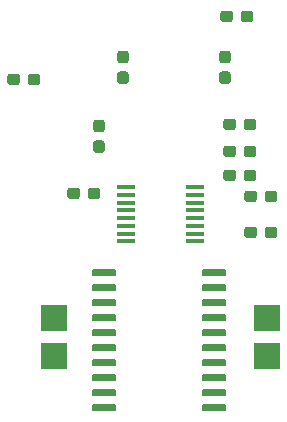
<source format=gbr>
G04 #@! TF.GenerationSoftware,KiCad,Pcbnew,(5.1.5)-3*
G04 #@! TF.CreationDate,2020-04-08T22:33:11-07:00*
G04 #@! TF.ProjectId,microbug,6d696372-6f62-4756-972e-6b696361645f,rev?*
G04 #@! TF.SameCoordinates,Original*
G04 #@! TF.FileFunction,Paste,Bot*
G04 #@! TF.FilePolarity,Positive*
%FSLAX46Y46*%
G04 Gerber Fmt 4.6, Leading zero omitted, Abs format (unit mm)*
G04 Created by KiCad (PCBNEW (5.1.5)-3) date 2020-04-08 22:33:11*
%MOMM*%
%LPD*%
G04 APERTURE LIST*
%ADD10C,0.100000*%
%ADD11R,1.500000X0.450000*%
%ADD12R,2.200000X2.200000*%
G04 APERTURE END LIST*
D10*
G36*
X69547703Y-93299722D02*
G01*
X69562264Y-93301882D01*
X69576543Y-93305459D01*
X69590403Y-93310418D01*
X69603710Y-93316712D01*
X69616336Y-93324280D01*
X69628159Y-93333048D01*
X69639066Y-93342934D01*
X69648952Y-93353841D01*
X69657720Y-93365664D01*
X69665288Y-93378290D01*
X69671582Y-93391597D01*
X69676541Y-93405457D01*
X69680118Y-93419736D01*
X69682278Y-93434297D01*
X69683000Y-93449000D01*
X69683000Y-93749000D01*
X69682278Y-93763703D01*
X69680118Y-93778264D01*
X69676541Y-93792543D01*
X69671582Y-93806403D01*
X69665288Y-93819710D01*
X69657720Y-93832336D01*
X69648952Y-93844159D01*
X69639066Y-93855066D01*
X69628159Y-93864952D01*
X69616336Y-93873720D01*
X69603710Y-93881288D01*
X69590403Y-93887582D01*
X69576543Y-93892541D01*
X69562264Y-93896118D01*
X69547703Y-93898278D01*
X69533000Y-93899000D01*
X67783000Y-93899000D01*
X67768297Y-93898278D01*
X67753736Y-93896118D01*
X67739457Y-93892541D01*
X67725597Y-93887582D01*
X67712290Y-93881288D01*
X67699664Y-93873720D01*
X67687841Y-93864952D01*
X67676934Y-93855066D01*
X67667048Y-93844159D01*
X67658280Y-93832336D01*
X67650712Y-93819710D01*
X67644418Y-93806403D01*
X67639459Y-93792543D01*
X67635882Y-93778264D01*
X67633722Y-93763703D01*
X67633000Y-93749000D01*
X67633000Y-93449000D01*
X67633722Y-93434297D01*
X67635882Y-93419736D01*
X67639459Y-93405457D01*
X67644418Y-93391597D01*
X67650712Y-93378290D01*
X67658280Y-93365664D01*
X67667048Y-93353841D01*
X67676934Y-93342934D01*
X67687841Y-93333048D01*
X67699664Y-93324280D01*
X67712290Y-93316712D01*
X67725597Y-93310418D01*
X67739457Y-93305459D01*
X67753736Y-93301882D01*
X67768297Y-93299722D01*
X67783000Y-93299000D01*
X69533000Y-93299000D01*
X69547703Y-93299722D01*
G37*
G36*
X69547703Y-92029722D02*
G01*
X69562264Y-92031882D01*
X69576543Y-92035459D01*
X69590403Y-92040418D01*
X69603710Y-92046712D01*
X69616336Y-92054280D01*
X69628159Y-92063048D01*
X69639066Y-92072934D01*
X69648952Y-92083841D01*
X69657720Y-92095664D01*
X69665288Y-92108290D01*
X69671582Y-92121597D01*
X69676541Y-92135457D01*
X69680118Y-92149736D01*
X69682278Y-92164297D01*
X69683000Y-92179000D01*
X69683000Y-92479000D01*
X69682278Y-92493703D01*
X69680118Y-92508264D01*
X69676541Y-92522543D01*
X69671582Y-92536403D01*
X69665288Y-92549710D01*
X69657720Y-92562336D01*
X69648952Y-92574159D01*
X69639066Y-92585066D01*
X69628159Y-92594952D01*
X69616336Y-92603720D01*
X69603710Y-92611288D01*
X69590403Y-92617582D01*
X69576543Y-92622541D01*
X69562264Y-92626118D01*
X69547703Y-92628278D01*
X69533000Y-92629000D01*
X67783000Y-92629000D01*
X67768297Y-92628278D01*
X67753736Y-92626118D01*
X67739457Y-92622541D01*
X67725597Y-92617582D01*
X67712290Y-92611288D01*
X67699664Y-92603720D01*
X67687841Y-92594952D01*
X67676934Y-92585066D01*
X67667048Y-92574159D01*
X67658280Y-92562336D01*
X67650712Y-92549710D01*
X67644418Y-92536403D01*
X67639459Y-92522543D01*
X67635882Y-92508264D01*
X67633722Y-92493703D01*
X67633000Y-92479000D01*
X67633000Y-92179000D01*
X67633722Y-92164297D01*
X67635882Y-92149736D01*
X67639459Y-92135457D01*
X67644418Y-92121597D01*
X67650712Y-92108290D01*
X67658280Y-92095664D01*
X67667048Y-92083841D01*
X67676934Y-92072934D01*
X67687841Y-92063048D01*
X67699664Y-92054280D01*
X67712290Y-92046712D01*
X67725597Y-92040418D01*
X67739457Y-92035459D01*
X67753736Y-92031882D01*
X67768297Y-92029722D01*
X67783000Y-92029000D01*
X69533000Y-92029000D01*
X69547703Y-92029722D01*
G37*
G36*
X69547703Y-90759722D02*
G01*
X69562264Y-90761882D01*
X69576543Y-90765459D01*
X69590403Y-90770418D01*
X69603710Y-90776712D01*
X69616336Y-90784280D01*
X69628159Y-90793048D01*
X69639066Y-90802934D01*
X69648952Y-90813841D01*
X69657720Y-90825664D01*
X69665288Y-90838290D01*
X69671582Y-90851597D01*
X69676541Y-90865457D01*
X69680118Y-90879736D01*
X69682278Y-90894297D01*
X69683000Y-90909000D01*
X69683000Y-91209000D01*
X69682278Y-91223703D01*
X69680118Y-91238264D01*
X69676541Y-91252543D01*
X69671582Y-91266403D01*
X69665288Y-91279710D01*
X69657720Y-91292336D01*
X69648952Y-91304159D01*
X69639066Y-91315066D01*
X69628159Y-91324952D01*
X69616336Y-91333720D01*
X69603710Y-91341288D01*
X69590403Y-91347582D01*
X69576543Y-91352541D01*
X69562264Y-91356118D01*
X69547703Y-91358278D01*
X69533000Y-91359000D01*
X67783000Y-91359000D01*
X67768297Y-91358278D01*
X67753736Y-91356118D01*
X67739457Y-91352541D01*
X67725597Y-91347582D01*
X67712290Y-91341288D01*
X67699664Y-91333720D01*
X67687841Y-91324952D01*
X67676934Y-91315066D01*
X67667048Y-91304159D01*
X67658280Y-91292336D01*
X67650712Y-91279710D01*
X67644418Y-91266403D01*
X67639459Y-91252543D01*
X67635882Y-91238264D01*
X67633722Y-91223703D01*
X67633000Y-91209000D01*
X67633000Y-90909000D01*
X67633722Y-90894297D01*
X67635882Y-90879736D01*
X67639459Y-90865457D01*
X67644418Y-90851597D01*
X67650712Y-90838290D01*
X67658280Y-90825664D01*
X67667048Y-90813841D01*
X67676934Y-90802934D01*
X67687841Y-90793048D01*
X67699664Y-90784280D01*
X67712290Y-90776712D01*
X67725597Y-90770418D01*
X67739457Y-90765459D01*
X67753736Y-90761882D01*
X67768297Y-90759722D01*
X67783000Y-90759000D01*
X69533000Y-90759000D01*
X69547703Y-90759722D01*
G37*
G36*
X69547703Y-89489722D02*
G01*
X69562264Y-89491882D01*
X69576543Y-89495459D01*
X69590403Y-89500418D01*
X69603710Y-89506712D01*
X69616336Y-89514280D01*
X69628159Y-89523048D01*
X69639066Y-89532934D01*
X69648952Y-89543841D01*
X69657720Y-89555664D01*
X69665288Y-89568290D01*
X69671582Y-89581597D01*
X69676541Y-89595457D01*
X69680118Y-89609736D01*
X69682278Y-89624297D01*
X69683000Y-89639000D01*
X69683000Y-89939000D01*
X69682278Y-89953703D01*
X69680118Y-89968264D01*
X69676541Y-89982543D01*
X69671582Y-89996403D01*
X69665288Y-90009710D01*
X69657720Y-90022336D01*
X69648952Y-90034159D01*
X69639066Y-90045066D01*
X69628159Y-90054952D01*
X69616336Y-90063720D01*
X69603710Y-90071288D01*
X69590403Y-90077582D01*
X69576543Y-90082541D01*
X69562264Y-90086118D01*
X69547703Y-90088278D01*
X69533000Y-90089000D01*
X67783000Y-90089000D01*
X67768297Y-90088278D01*
X67753736Y-90086118D01*
X67739457Y-90082541D01*
X67725597Y-90077582D01*
X67712290Y-90071288D01*
X67699664Y-90063720D01*
X67687841Y-90054952D01*
X67676934Y-90045066D01*
X67667048Y-90034159D01*
X67658280Y-90022336D01*
X67650712Y-90009710D01*
X67644418Y-89996403D01*
X67639459Y-89982543D01*
X67635882Y-89968264D01*
X67633722Y-89953703D01*
X67633000Y-89939000D01*
X67633000Y-89639000D01*
X67633722Y-89624297D01*
X67635882Y-89609736D01*
X67639459Y-89595457D01*
X67644418Y-89581597D01*
X67650712Y-89568290D01*
X67658280Y-89555664D01*
X67667048Y-89543841D01*
X67676934Y-89532934D01*
X67687841Y-89523048D01*
X67699664Y-89514280D01*
X67712290Y-89506712D01*
X67725597Y-89500418D01*
X67739457Y-89495459D01*
X67753736Y-89491882D01*
X67768297Y-89489722D01*
X67783000Y-89489000D01*
X69533000Y-89489000D01*
X69547703Y-89489722D01*
G37*
G36*
X69547703Y-88219722D02*
G01*
X69562264Y-88221882D01*
X69576543Y-88225459D01*
X69590403Y-88230418D01*
X69603710Y-88236712D01*
X69616336Y-88244280D01*
X69628159Y-88253048D01*
X69639066Y-88262934D01*
X69648952Y-88273841D01*
X69657720Y-88285664D01*
X69665288Y-88298290D01*
X69671582Y-88311597D01*
X69676541Y-88325457D01*
X69680118Y-88339736D01*
X69682278Y-88354297D01*
X69683000Y-88369000D01*
X69683000Y-88669000D01*
X69682278Y-88683703D01*
X69680118Y-88698264D01*
X69676541Y-88712543D01*
X69671582Y-88726403D01*
X69665288Y-88739710D01*
X69657720Y-88752336D01*
X69648952Y-88764159D01*
X69639066Y-88775066D01*
X69628159Y-88784952D01*
X69616336Y-88793720D01*
X69603710Y-88801288D01*
X69590403Y-88807582D01*
X69576543Y-88812541D01*
X69562264Y-88816118D01*
X69547703Y-88818278D01*
X69533000Y-88819000D01*
X67783000Y-88819000D01*
X67768297Y-88818278D01*
X67753736Y-88816118D01*
X67739457Y-88812541D01*
X67725597Y-88807582D01*
X67712290Y-88801288D01*
X67699664Y-88793720D01*
X67687841Y-88784952D01*
X67676934Y-88775066D01*
X67667048Y-88764159D01*
X67658280Y-88752336D01*
X67650712Y-88739710D01*
X67644418Y-88726403D01*
X67639459Y-88712543D01*
X67635882Y-88698264D01*
X67633722Y-88683703D01*
X67633000Y-88669000D01*
X67633000Y-88369000D01*
X67633722Y-88354297D01*
X67635882Y-88339736D01*
X67639459Y-88325457D01*
X67644418Y-88311597D01*
X67650712Y-88298290D01*
X67658280Y-88285664D01*
X67667048Y-88273841D01*
X67676934Y-88262934D01*
X67687841Y-88253048D01*
X67699664Y-88244280D01*
X67712290Y-88236712D01*
X67725597Y-88230418D01*
X67739457Y-88225459D01*
X67753736Y-88221882D01*
X67768297Y-88219722D01*
X67783000Y-88219000D01*
X69533000Y-88219000D01*
X69547703Y-88219722D01*
G37*
G36*
X69547703Y-86949722D02*
G01*
X69562264Y-86951882D01*
X69576543Y-86955459D01*
X69590403Y-86960418D01*
X69603710Y-86966712D01*
X69616336Y-86974280D01*
X69628159Y-86983048D01*
X69639066Y-86992934D01*
X69648952Y-87003841D01*
X69657720Y-87015664D01*
X69665288Y-87028290D01*
X69671582Y-87041597D01*
X69676541Y-87055457D01*
X69680118Y-87069736D01*
X69682278Y-87084297D01*
X69683000Y-87099000D01*
X69683000Y-87399000D01*
X69682278Y-87413703D01*
X69680118Y-87428264D01*
X69676541Y-87442543D01*
X69671582Y-87456403D01*
X69665288Y-87469710D01*
X69657720Y-87482336D01*
X69648952Y-87494159D01*
X69639066Y-87505066D01*
X69628159Y-87514952D01*
X69616336Y-87523720D01*
X69603710Y-87531288D01*
X69590403Y-87537582D01*
X69576543Y-87542541D01*
X69562264Y-87546118D01*
X69547703Y-87548278D01*
X69533000Y-87549000D01*
X67783000Y-87549000D01*
X67768297Y-87548278D01*
X67753736Y-87546118D01*
X67739457Y-87542541D01*
X67725597Y-87537582D01*
X67712290Y-87531288D01*
X67699664Y-87523720D01*
X67687841Y-87514952D01*
X67676934Y-87505066D01*
X67667048Y-87494159D01*
X67658280Y-87482336D01*
X67650712Y-87469710D01*
X67644418Y-87456403D01*
X67639459Y-87442543D01*
X67635882Y-87428264D01*
X67633722Y-87413703D01*
X67633000Y-87399000D01*
X67633000Y-87099000D01*
X67633722Y-87084297D01*
X67635882Y-87069736D01*
X67639459Y-87055457D01*
X67644418Y-87041597D01*
X67650712Y-87028290D01*
X67658280Y-87015664D01*
X67667048Y-87003841D01*
X67676934Y-86992934D01*
X67687841Y-86983048D01*
X67699664Y-86974280D01*
X67712290Y-86966712D01*
X67725597Y-86960418D01*
X67739457Y-86955459D01*
X67753736Y-86951882D01*
X67768297Y-86949722D01*
X67783000Y-86949000D01*
X69533000Y-86949000D01*
X69547703Y-86949722D01*
G37*
G36*
X69547703Y-85679722D02*
G01*
X69562264Y-85681882D01*
X69576543Y-85685459D01*
X69590403Y-85690418D01*
X69603710Y-85696712D01*
X69616336Y-85704280D01*
X69628159Y-85713048D01*
X69639066Y-85722934D01*
X69648952Y-85733841D01*
X69657720Y-85745664D01*
X69665288Y-85758290D01*
X69671582Y-85771597D01*
X69676541Y-85785457D01*
X69680118Y-85799736D01*
X69682278Y-85814297D01*
X69683000Y-85829000D01*
X69683000Y-86129000D01*
X69682278Y-86143703D01*
X69680118Y-86158264D01*
X69676541Y-86172543D01*
X69671582Y-86186403D01*
X69665288Y-86199710D01*
X69657720Y-86212336D01*
X69648952Y-86224159D01*
X69639066Y-86235066D01*
X69628159Y-86244952D01*
X69616336Y-86253720D01*
X69603710Y-86261288D01*
X69590403Y-86267582D01*
X69576543Y-86272541D01*
X69562264Y-86276118D01*
X69547703Y-86278278D01*
X69533000Y-86279000D01*
X67783000Y-86279000D01*
X67768297Y-86278278D01*
X67753736Y-86276118D01*
X67739457Y-86272541D01*
X67725597Y-86267582D01*
X67712290Y-86261288D01*
X67699664Y-86253720D01*
X67687841Y-86244952D01*
X67676934Y-86235066D01*
X67667048Y-86224159D01*
X67658280Y-86212336D01*
X67650712Y-86199710D01*
X67644418Y-86186403D01*
X67639459Y-86172543D01*
X67635882Y-86158264D01*
X67633722Y-86143703D01*
X67633000Y-86129000D01*
X67633000Y-85829000D01*
X67633722Y-85814297D01*
X67635882Y-85799736D01*
X67639459Y-85785457D01*
X67644418Y-85771597D01*
X67650712Y-85758290D01*
X67658280Y-85745664D01*
X67667048Y-85733841D01*
X67676934Y-85722934D01*
X67687841Y-85713048D01*
X67699664Y-85704280D01*
X67712290Y-85696712D01*
X67725597Y-85690418D01*
X67739457Y-85685459D01*
X67753736Y-85681882D01*
X67768297Y-85679722D01*
X67783000Y-85679000D01*
X69533000Y-85679000D01*
X69547703Y-85679722D01*
G37*
G36*
X69547703Y-84409722D02*
G01*
X69562264Y-84411882D01*
X69576543Y-84415459D01*
X69590403Y-84420418D01*
X69603710Y-84426712D01*
X69616336Y-84434280D01*
X69628159Y-84443048D01*
X69639066Y-84452934D01*
X69648952Y-84463841D01*
X69657720Y-84475664D01*
X69665288Y-84488290D01*
X69671582Y-84501597D01*
X69676541Y-84515457D01*
X69680118Y-84529736D01*
X69682278Y-84544297D01*
X69683000Y-84559000D01*
X69683000Y-84859000D01*
X69682278Y-84873703D01*
X69680118Y-84888264D01*
X69676541Y-84902543D01*
X69671582Y-84916403D01*
X69665288Y-84929710D01*
X69657720Y-84942336D01*
X69648952Y-84954159D01*
X69639066Y-84965066D01*
X69628159Y-84974952D01*
X69616336Y-84983720D01*
X69603710Y-84991288D01*
X69590403Y-84997582D01*
X69576543Y-85002541D01*
X69562264Y-85006118D01*
X69547703Y-85008278D01*
X69533000Y-85009000D01*
X67783000Y-85009000D01*
X67768297Y-85008278D01*
X67753736Y-85006118D01*
X67739457Y-85002541D01*
X67725597Y-84997582D01*
X67712290Y-84991288D01*
X67699664Y-84983720D01*
X67687841Y-84974952D01*
X67676934Y-84965066D01*
X67667048Y-84954159D01*
X67658280Y-84942336D01*
X67650712Y-84929710D01*
X67644418Y-84916403D01*
X67639459Y-84902543D01*
X67635882Y-84888264D01*
X67633722Y-84873703D01*
X67633000Y-84859000D01*
X67633000Y-84559000D01*
X67633722Y-84544297D01*
X67635882Y-84529736D01*
X67639459Y-84515457D01*
X67644418Y-84501597D01*
X67650712Y-84488290D01*
X67658280Y-84475664D01*
X67667048Y-84463841D01*
X67676934Y-84452934D01*
X67687841Y-84443048D01*
X67699664Y-84434280D01*
X67712290Y-84426712D01*
X67725597Y-84420418D01*
X67739457Y-84415459D01*
X67753736Y-84411882D01*
X67768297Y-84409722D01*
X67783000Y-84409000D01*
X69533000Y-84409000D01*
X69547703Y-84409722D01*
G37*
G36*
X69547703Y-83139722D02*
G01*
X69562264Y-83141882D01*
X69576543Y-83145459D01*
X69590403Y-83150418D01*
X69603710Y-83156712D01*
X69616336Y-83164280D01*
X69628159Y-83173048D01*
X69639066Y-83182934D01*
X69648952Y-83193841D01*
X69657720Y-83205664D01*
X69665288Y-83218290D01*
X69671582Y-83231597D01*
X69676541Y-83245457D01*
X69680118Y-83259736D01*
X69682278Y-83274297D01*
X69683000Y-83289000D01*
X69683000Y-83589000D01*
X69682278Y-83603703D01*
X69680118Y-83618264D01*
X69676541Y-83632543D01*
X69671582Y-83646403D01*
X69665288Y-83659710D01*
X69657720Y-83672336D01*
X69648952Y-83684159D01*
X69639066Y-83695066D01*
X69628159Y-83704952D01*
X69616336Y-83713720D01*
X69603710Y-83721288D01*
X69590403Y-83727582D01*
X69576543Y-83732541D01*
X69562264Y-83736118D01*
X69547703Y-83738278D01*
X69533000Y-83739000D01*
X67783000Y-83739000D01*
X67768297Y-83738278D01*
X67753736Y-83736118D01*
X67739457Y-83732541D01*
X67725597Y-83727582D01*
X67712290Y-83721288D01*
X67699664Y-83713720D01*
X67687841Y-83704952D01*
X67676934Y-83695066D01*
X67667048Y-83684159D01*
X67658280Y-83672336D01*
X67650712Y-83659710D01*
X67644418Y-83646403D01*
X67639459Y-83632543D01*
X67635882Y-83618264D01*
X67633722Y-83603703D01*
X67633000Y-83589000D01*
X67633000Y-83289000D01*
X67633722Y-83274297D01*
X67635882Y-83259736D01*
X67639459Y-83245457D01*
X67644418Y-83231597D01*
X67650712Y-83218290D01*
X67658280Y-83205664D01*
X67667048Y-83193841D01*
X67676934Y-83182934D01*
X67687841Y-83173048D01*
X67699664Y-83164280D01*
X67712290Y-83156712D01*
X67725597Y-83150418D01*
X67739457Y-83145459D01*
X67753736Y-83141882D01*
X67768297Y-83139722D01*
X67783000Y-83139000D01*
X69533000Y-83139000D01*
X69547703Y-83139722D01*
G37*
G36*
X69547703Y-81869722D02*
G01*
X69562264Y-81871882D01*
X69576543Y-81875459D01*
X69590403Y-81880418D01*
X69603710Y-81886712D01*
X69616336Y-81894280D01*
X69628159Y-81903048D01*
X69639066Y-81912934D01*
X69648952Y-81923841D01*
X69657720Y-81935664D01*
X69665288Y-81948290D01*
X69671582Y-81961597D01*
X69676541Y-81975457D01*
X69680118Y-81989736D01*
X69682278Y-82004297D01*
X69683000Y-82019000D01*
X69683000Y-82319000D01*
X69682278Y-82333703D01*
X69680118Y-82348264D01*
X69676541Y-82362543D01*
X69671582Y-82376403D01*
X69665288Y-82389710D01*
X69657720Y-82402336D01*
X69648952Y-82414159D01*
X69639066Y-82425066D01*
X69628159Y-82434952D01*
X69616336Y-82443720D01*
X69603710Y-82451288D01*
X69590403Y-82457582D01*
X69576543Y-82462541D01*
X69562264Y-82466118D01*
X69547703Y-82468278D01*
X69533000Y-82469000D01*
X67783000Y-82469000D01*
X67768297Y-82468278D01*
X67753736Y-82466118D01*
X67739457Y-82462541D01*
X67725597Y-82457582D01*
X67712290Y-82451288D01*
X67699664Y-82443720D01*
X67687841Y-82434952D01*
X67676934Y-82425066D01*
X67667048Y-82414159D01*
X67658280Y-82402336D01*
X67650712Y-82389710D01*
X67644418Y-82376403D01*
X67639459Y-82362543D01*
X67635882Y-82348264D01*
X67633722Y-82333703D01*
X67633000Y-82319000D01*
X67633000Y-82019000D01*
X67633722Y-82004297D01*
X67635882Y-81989736D01*
X67639459Y-81975457D01*
X67644418Y-81961597D01*
X67650712Y-81948290D01*
X67658280Y-81935664D01*
X67667048Y-81923841D01*
X67676934Y-81912934D01*
X67687841Y-81903048D01*
X67699664Y-81894280D01*
X67712290Y-81886712D01*
X67725597Y-81880418D01*
X67739457Y-81875459D01*
X67753736Y-81871882D01*
X67768297Y-81869722D01*
X67783000Y-81869000D01*
X69533000Y-81869000D01*
X69547703Y-81869722D01*
G37*
G36*
X60247703Y-81869722D02*
G01*
X60262264Y-81871882D01*
X60276543Y-81875459D01*
X60290403Y-81880418D01*
X60303710Y-81886712D01*
X60316336Y-81894280D01*
X60328159Y-81903048D01*
X60339066Y-81912934D01*
X60348952Y-81923841D01*
X60357720Y-81935664D01*
X60365288Y-81948290D01*
X60371582Y-81961597D01*
X60376541Y-81975457D01*
X60380118Y-81989736D01*
X60382278Y-82004297D01*
X60383000Y-82019000D01*
X60383000Y-82319000D01*
X60382278Y-82333703D01*
X60380118Y-82348264D01*
X60376541Y-82362543D01*
X60371582Y-82376403D01*
X60365288Y-82389710D01*
X60357720Y-82402336D01*
X60348952Y-82414159D01*
X60339066Y-82425066D01*
X60328159Y-82434952D01*
X60316336Y-82443720D01*
X60303710Y-82451288D01*
X60290403Y-82457582D01*
X60276543Y-82462541D01*
X60262264Y-82466118D01*
X60247703Y-82468278D01*
X60233000Y-82469000D01*
X58483000Y-82469000D01*
X58468297Y-82468278D01*
X58453736Y-82466118D01*
X58439457Y-82462541D01*
X58425597Y-82457582D01*
X58412290Y-82451288D01*
X58399664Y-82443720D01*
X58387841Y-82434952D01*
X58376934Y-82425066D01*
X58367048Y-82414159D01*
X58358280Y-82402336D01*
X58350712Y-82389710D01*
X58344418Y-82376403D01*
X58339459Y-82362543D01*
X58335882Y-82348264D01*
X58333722Y-82333703D01*
X58333000Y-82319000D01*
X58333000Y-82019000D01*
X58333722Y-82004297D01*
X58335882Y-81989736D01*
X58339459Y-81975457D01*
X58344418Y-81961597D01*
X58350712Y-81948290D01*
X58358280Y-81935664D01*
X58367048Y-81923841D01*
X58376934Y-81912934D01*
X58387841Y-81903048D01*
X58399664Y-81894280D01*
X58412290Y-81886712D01*
X58425597Y-81880418D01*
X58439457Y-81875459D01*
X58453736Y-81871882D01*
X58468297Y-81869722D01*
X58483000Y-81869000D01*
X60233000Y-81869000D01*
X60247703Y-81869722D01*
G37*
G36*
X60247703Y-83139722D02*
G01*
X60262264Y-83141882D01*
X60276543Y-83145459D01*
X60290403Y-83150418D01*
X60303710Y-83156712D01*
X60316336Y-83164280D01*
X60328159Y-83173048D01*
X60339066Y-83182934D01*
X60348952Y-83193841D01*
X60357720Y-83205664D01*
X60365288Y-83218290D01*
X60371582Y-83231597D01*
X60376541Y-83245457D01*
X60380118Y-83259736D01*
X60382278Y-83274297D01*
X60383000Y-83289000D01*
X60383000Y-83589000D01*
X60382278Y-83603703D01*
X60380118Y-83618264D01*
X60376541Y-83632543D01*
X60371582Y-83646403D01*
X60365288Y-83659710D01*
X60357720Y-83672336D01*
X60348952Y-83684159D01*
X60339066Y-83695066D01*
X60328159Y-83704952D01*
X60316336Y-83713720D01*
X60303710Y-83721288D01*
X60290403Y-83727582D01*
X60276543Y-83732541D01*
X60262264Y-83736118D01*
X60247703Y-83738278D01*
X60233000Y-83739000D01*
X58483000Y-83739000D01*
X58468297Y-83738278D01*
X58453736Y-83736118D01*
X58439457Y-83732541D01*
X58425597Y-83727582D01*
X58412290Y-83721288D01*
X58399664Y-83713720D01*
X58387841Y-83704952D01*
X58376934Y-83695066D01*
X58367048Y-83684159D01*
X58358280Y-83672336D01*
X58350712Y-83659710D01*
X58344418Y-83646403D01*
X58339459Y-83632543D01*
X58335882Y-83618264D01*
X58333722Y-83603703D01*
X58333000Y-83589000D01*
X58333000Y-83289000D01*
X58333722Y-83274297D01*
X58335882Y-83259736D01*
X58339459Y-83245457D01*
X58344418Y-83231597D01*
X58350712Y-83218290D01*
X58358280Y-83205664D01*
X58367048Y-83193841D01*
X58376934Y-83182934D01*
X58387841Y-83173048D01*
X58399664Y-83164280D01*
X58412290Y-83156712D01*
X58425597Y-83150418D01*
X58439457Y-83145459D01*
X58453736Y-83141882D01*
X58468297Y-83139722D01*
X58483000Y-83139000D01*
X60233000Y-83139000D01*
X60247703Y-83139722D01*
G37*
G36*
X60247703Y-84409722D02*
G01*
X60262264Y-84411882D01*
X60276543Y-84415459D01*
X60290403Y-84420418D01*
X60303710Y-84426712D01*
X60316336Y-84434280D01*
X60328159Y-84443048D01*
X60339066Y-84452934D01*
X60348952Y-84463841D01*
X60357720Y-84475664D01*
X60365288Y-84488290D01*
X60371582Y-84501597D01*
X60376541Y-84515457D01*
X60380118Y-84529736D01*
X60382278Y-84544297D01*
X60383000Y-84559000D01*
X60383000Y-84859000D01*
X60382278Y-84873703D01*
X60380118Y-84888264D01*
X60376541Y-84902543D01*
X60371582Y-84916403D01*
X60365288Y-84929710D01*
X60357720Y-84942336D01*
X60348952Y-84954159D01*
X60339066Y-84965066D01*
X60328159Y-84974952D01*
X60316336Y-84983720D01*
X60303710Y-84991288D01*
X60290403Y-84997582D01*
X60276543Y-85002541D01*
X60262264Y-85006118D01*
X60247703Y-85008278D01*
X60233000Y-85009000D01*
X58483000Y-85009000D01*
X58468297Y-85008278D01*
X58453736Y-85006118D01*
X58439457Y-85002541D01*
X58425597Y-84997582D01*
X58412290Y-84991288D01*
X58399664Y-84983720D01*
X58387841Y-84974952D01*
X58376934Y-84965066D01*
X58367048Y-84954159D01*
X58358280Y-84942336D01*
X58350712Y-84929710D01*
X58344418Y-84916403D01*
X58339459Y-84902543D01*
X58335882Y-84888264D01*
X58333722Y-84873703D01*
X58333000Y-84859000D01*
X58333000Y-84559000D01*
X58333722Y-84544297D01*
X58335882Y-84529736D01*
X58339459Y-84515457D01*
X58344418Y-84501597D01*
X58350712Y-84488290D01*
X58358280Y-84475664D01*
X58367048Y-84463841D01*
X58376934Y-84452934D01*
X58387841Y-84443048D01*
X58399664Y-84434280D01*
X58412290Y-84426712D01*
X58425597Y-84420418D01*
X58439457Y-84415459D01*
X58453736Y-84411882D01*
X58468297Y-84409722D01*
X58483000Y-84409000D01*
X60233000Y-84409000D01*
X60247703Y-84409722D01*
G37*
G36*
X60247703Y-85679722D02*
G01*
X60262264Y-85681882D01*
X60276543Y-85685459D01*
X60290403Y-85690418D01*
X60303710Y-85696712D01*
X60316336Y-85704280D01*
X60328159Y-85713048D01*
X60339066Y-85722934D01*
X60348952Y-85733841D01*
X60357720Y-85745664D01*
X60365288Y-85758290D01*
X60371582Y-85771597D01*
X60376541Y-85785457D01*
X60380118Y-85799736D01*
X60382278Y-85814297D01*
X60383000Y-85829000D01*
X60383000Y-86129000D01*
X60382278Y-86143703D01*
X60380118Y-86158264D01*
X60376541Y-86172543D01*
X60371582Y-86186403D01*
X60365288Y-86199710D01*
X60357720Y-86212336D01*
X60348952Y-86224159D01*
X60339066Y-86235066D01*
X60328159Y-86244952D01*
X60316336Y-86253720D01*
X60303710Y-86261288D01*
X60290403Y-86267582D01*
X60276543Y-86272541D01*
X60262264Y-86276118D01*
X60247703Y-86278278D01*
X60233000Y-86279000D01*
X58483000Y-86279000D01*
X58468297Y-86278278D01*
X58453736Y-86276118D01*
X58439457Y-86272541D01*
X58425597Y-86267582D01*
X58412290Y-86261288D01*
X58399664Y-86253720D01*
X58387841Y-86244952D01*
X58376934Y-86235066D01*
X58367048Y-86224159D01*
X58358280Y-86212336D01*
X58350712Y-86199710D01*
X58344418Y-86186403D01*
X58339459Y-86172543D01*
X58335882Y-86158264D01*
X58333722Y-86143703D01*
X58333000Y-86129000D01*
X58333000Y-85829000D01*
X58333722Y-85814297D01*
X58335882Y-85799736D01*
X58339459Y-85785457D01*
X58344418Y-85771597D01*
X58350712Y-85758290D01*
X58358280Y-85745664D01*
X58367048Y-85733841D01*
X58376934Y-85722934D01*
X58387841Y-85713048D01*
X58399664Y-85704280D01*
X58412290Y-85696712D01*
X58425597Y-85690418D01*
X58439457Y-85685459D01*
X58453736Y-85681882D01*
X58468297Y-85679722D01*
X58483000Y-85679000D01*
X60233000Y-85679000D01*
X60247703Y-85679722D01*
G37*
G36*
X60247703Y-86949722D02*
G01*
X60262264Y-86951882D01*
X60276543Y-86955459D01*
X60290403Y-86960418D01*
X60303710Y-86966712D01*
X60316336Y-86974280D01*
X60328159Y-86983048D01*
X60339066Y-86992934D01*
X60348952Y-87003841D01*
X60357720Y-87015664D01*
X60365288Y-87028290D01*
X60371582Y-87041597D01*
X60376541Y-87055457D01*
X60380118Y-87069736D01*
X60382278Y-87084297D01*
X60383000Y-87099000D01*
X60383000Y-87399000D01*
X60382278Y-87413703D01*
X60380118Y-87428264D01*
X60376541Y-87442543D01*
X60371582Y-87456403D01*
X60365288Y-87469710D01*
X60357720Y-87482336D01*
X60348952Y-87494159D01*
X60339066Y-87505066D01*
X60328159Y-87514952D01*
X60316336Y-87523720D01*
X60303710Y-87531288D01*
X60290403Y-87537582D01*
X60276543Y-87542541D01*
X60262264Y-87546118D01*
X60247703Y-87548278D01*
X60233000Y-87549000D01*
X58483000Y-87549000D01*
X58468297Y-87548278D01*
X58453736Y-87546118D01*
X58439457Y-87542541D01*
X58425597Y-87537582D01*
X58412290Y-87531288D01*
X58399664Y-87523720D01*
X58387841Y-87514952D01*
X58376934Y-87505066D01*
X58367048Y-87494159D01*
X58358280Y-87482336D01*
X58350712Y-87469710D01*
X58344418Y-87456403D01*
X58339459Y-87442543D01*
X58335882Y-87428264D01*
X58333722Y-87413703D01*
X58333000Y-87399000D01*
X58333000Y-87099000D01*
X58333722Y-87084297D01*
X58335882Y-87069736D01*
X58339459Y-87055457D01*
X58344418Y-87041597D01*
X58350712Y-87028290D01*
X58358280Y-87015664D01*
X58367048Y-87003841D01*
X58376934Y-86992934D01*
X58387841Y-86983048D01*
X58399664Y-86974280D01*
X58412290Y-86966712D01*
X58425597Y-86960418D01*
X58439457Y-86955459D01*
X58453736Y-86951882D01*
X58468297Y-86949722D01*
X58483000Y-86949000D01*
X60233000Y-86949000D01*
X60247703Y-86949722D01*
G37*
G36*
X60247703Y-88219722D02*
G01*
X60262264Y-88221882D01*
X60276543Y-88225459D01*
X60290403Y-88230418D01*
X60303710Y-88236712D01*
X60316336Y-88244280D01*
X60328159Y-88253048D01*
X60339066Y-88262934D01*
X60348952Y-88273841D01*
X60357720Y-88285664D01*
X60365288Y-88298290D01*
X60371582Y-88311597D01*
X60376541Y-88325457D01*
X60380118Y-88339736D01*
X60382278Y-88354297D01*
X60383000Y-88369000D01*
X60383000Y-88669000D01*
X60382278Y-88683703D01*
X60380118Y-88698264D01*
X60376541Y-88712543D01*
X60371582Y-88726403D01*
X60365288Y-88739710D01*
X60357720Y-88752336D01*
X60348952Y-88764159D01*
X60339066Y-88775066D01*
X60328159Y-88784952D01*
X60316336Y-88793720D01*
X60303710Y-88801288D01*
X60290403Y-88807582D01*
X60276543Y-88812541D01*
X60262264Y-88816118D01*
X60247703Y-88818278D01*
X60233000Y-88819000D01*
X58483000Y-88819000D01*
X58468297Y-88818278D01*
X58453736Y-88816118D01*
X58439457Y-88812541D01*
X58425597Y-88807582D01*
X58412290Y-88801288D01*
X58399664Y-88793720D01*
X58387841Y-88784952D01*
X58376934Y-88775066D01*
X58367048Y-88764159D01*
X58358280Y-88752336D01*
X58350712Y-88739710D01*
X58344418Y-88726403D01*
X58339459Y-88712543D01*
X58335882Y-88698264D01*
X58333722Y-88683703D01*
X58333000Y-88669000D01*
X58333000Y-88369000D01*
X58333722Y-88354297D01*
X58335882Y-88339736D01*
X58339459Y-88325457D01*
X58344418Y-88311597D01*
X58350712Y-88298290D01*
X58358280Y-88285664D01*
X58367048Y-88273841D01*
X58376934Y-88262934D01*
X58387841Y-88253048D01*
X58399664Y-88244280D01*
X58412290Y-88236712D01*
X58425597Y-88230418D01*
X58439457Y-88225459D01*
X58453736Y-88221882D01*
X58468297Y-88219722D01*
X58483000Y-88219000D01*
X60233000Y-88219000D01*
X60247703Y-88219722D01*
G37*
G36*
X60247703Y-89489722D02*
G01*
X60262264Y-89491882D01*
X60276543Y-89495459D01*
X60290403Y-89500418D01*
X60303710Y-89506712D01*
X60316336Y-89514280D01*
X60328159Y-89523048D01*
X60339066Y-89532934D01*
X60348952Y-89543841D01*
X60357720Y-89555664D01*
X60365288Y-89568290D01*
X60371582Y-89581597D01*
X60376541Y-89595457D01*
X60380118Y-89609736D01*
X60382278Y-89624297D01*
X60383000Y-89639000D01*
X60383000Y-89939000D01*
X60382278Y-89953703D01*
X60380118Y-89968264D01*
X60376541Y-89982543D01*
X60371582Y-89996403D01*
X60365288Y-90009710D01*
X60357720Y-90022336D01*
X60348952Y-90034159D01*
X60339066Y-90045066D01*
X60328159Y-90054952D01*
X60316336Y-90063720D01*
X60303710Y-90071288D01*
X60290403Y-90077582D01*
X60276543Y-90082541D01*
X60262264Y-90086118D01*
X60247703Y-90088278D01*
X60233000Y-90089000D01*
X58483000Y-90089000D01*
X58468297Y-90088278D01*
X58453736Y-90086118D01*
X58439457Y-90082541D01*
X58425597Y-90077582D01*
X58412290Y-90071288D01*
X58399664Y-90063720D01*
X58387841Y-90054952D01*
X58376934Y-90045066D01*
X58367048Y-90034159D01*
X58358280Y-90022336D01*
X58350712Y-90009710D01*
X58344418Y-89996403D01*
X58339459Y-89982543D01*
X58335882Y-89968264D01*
X58333722Y-89953703D01*
X58333000Y-89939000D01*
X58333000Y-89639000D01*
X58333722Y-89624297D01*
X58335882Y-89609736D01*
X58339459Y-89595457D01*
X58344418Y-89581597D01*
X58350712Y-89568290D01*
X58358280Y-89555664D01*
X58367048Y-89543841D01*
X58376934Y-89532934D01*
X58387841Y-89523048D01*
X58399664Y-89514280D01*
X58412290Y-89506712D01*
X58425597Y-89500418D01*
X58439457Y-89495459D01*
X58453736Y-89491882D01*
X58468297Y-89489722D01*
X58483000Y-89489000D01*
X60233000Y-89489000D01*
X60247703Y-89489722D01*
G37*
G36*
X60247703Y-90759722D02*
G01*
X60262264Y-90761882D01*
X60276543Y-90765459D01*
X60290403Y-90770418D01*
X60303710Y-90776712D01*
X60316336Y-90784280D01*
X60328159Y-90793048D01*
X60339066Y-90802934D01*
X60348952Y-90813841D01*
X60357720Y-90825664D01*
X60365288Y-90838290D01*
X60371582Y-90851597D01*
X60376541Y-90865457D01*
X60380118Y-90879736D01*
X60382278Y-90894297D01*
X60383000Y-90909000D01*
X60383000Y-91209000D01*
X60382278Y-91223703D01*
X60380118Y-91238264D01*
X60376541Y-91252543D01*
X60371582Y-91266403D01*
X60365288Y-91279710D01*
X60357720Y-91292336D01*
X60348952Y-91304159D01*
X60339066Y-91315066D01*
X60328159Y-91324952D01*
X60316336Y-91333720D01*
X60303710Y-91341288D01*
X60290403Y-91347582D01*
X60276543Y-91352541D01*
X60262264Y-91356118D01*
X60247703Y-91358278D01*
X60233000Y-91359000D01*
X58483000Y-91359000D01*
X58468297Y-91358278D01*
X58453736Y-91356118D01*
X58439457Y-91352541D01*
X58425597Y-91347582D01*
X58412290Y-91341288D01*
X58399664Y-91333720D01*
X58387841Y-91324952D01*
X58376934Y-91315066D01*
X58367048Y-91304159D01*
X58358280Y-91292336D01*
X58350712Y-91279710D01*
X58344418Y-91266403D01*
X58339459Y-91252543D01*
X58335882Y-91238264D01*
X58333722Y-91223703D01*
X58333000Y-91209000D01*
X58333000Y-90909000D01*
X58333722Y-90894297D01*
X58335882Y-90879736D01*
X58339459Y-90865457D01*
X58344418Y-90851597D01*
X58350712Y-90838290D01*
X58358280Y-90825664D01*
X58367048Y-90813841D01*
X58376934Y-90802934D01*
X58387841Y-90793048D01*
X58399664Y-90784280D01*
X58412290Y-90776712D01*
X58425597Y-90770418D01*
X58439457Y-90765459D01*
X58453736Y-90761882D01*
X58468297Y-90759722D01*
X58483000Y-90759000D01*
X60233000Y-90759000D01*
X60247703Y-90759722D01*
G37*
G36*
X60247703Y-92029722D02*
G01*
X60262264Y-92031882D01*
X60276543Y-92035459D01*
X60290403Y-92040418D01*
X60303710Y-92046712D01*
X60316336Y-92054280D01*
X60328159Y-92063048D01*
X60339066Y-92072934D01*
X60348952Y-92083841D01*
X60357720Y-92095664D01*
X60365288Y-92108290D01*
X60371582Y-92121597D01*
X60376541Y-92135457D01*
X60380118Y-92149736D01*
X60382278Y-92164297D01*
X60383000Y-92179000D01*
X60383000Y-92479000D01*
X60382278Y-92493703D01*
X60380118Y-92508264D01*
X60376541Y-92522543D01*
X60371582Y-92536403D01*
X60365288Y-92549710D01*
X60357720Y-92562336D01*
X60348952Y-92574159D01*
X60339066Y-92585066D01*
X60328159Y-92594952D01*
X60316336Y-92603720D01*
X60303710Y-92611288D01*
X60290403Y-92617582D01*
X60276543Y-92622541D01*
X60262264Y-92626118D01*
X60247703Y-92628278D01*
X60233000Y-92629000D01*
X58483000Y-92629000D01*
X58468297Y-92628278D01*
X58453736Y-92626118D01*
X58439457Y-92622541D01*
X58425597Y-92617582D01*
X58412290Y-92611288D01*
X58399664Y-92603720D01*
X58387841Y-92594952D01*
X58376934Y-92585066D01*
X58367048Y-92574159D01*
X58358280Y-92562336D01*
X58350712Y-92549710D01*
X58344418Y-92536403D01*
X58339459Y-92522543D01*
X58335882Y-92508264D01*
X58333722Y-92493703D01*
X58333000Y-92479000D01*
X58333000Y-92179000D01*
X58333722Y-92164297D01*
X58335882Y-92149736D01*
X58339459Y-92135457D01*
X58344418Y-92121597D01*
X58350712Y-92108290D01*
X58358280Y-92095664D01*
X58367048Y-92083841D01*
X58376934Y-92072934D01*
X58387841Y-92063048D01*
X58399664Y-92054280D01*
X58412290Y-92046712D01*
X58425597Y-92040418D01*
X58439457Y-92035459D01*
X58453736Y-92031882D01*
X58468297Y-92029722D01*
X58483000Y-92029000D01*
X60233000Y-92029000D01*
X60247703Y-92029722D01*
G37*
G36*
X60247703Y-93299722D02*
G01*
X60262264Y-93301882D01*
X60276543Y-93305459D01*
X60290403Y-93310418D01*
X60303710Y-93316712D01*
X60316336Y-93324280D01*
X60328159Y-93333048D01*
X60339066Y-93342934D01*
X60348952Y-93353841D01*
X60357720Y-93365664D01*
X60365288Y-93378290D01*
X60371582Y-93391597D01*
X60376541Y-93405457D01*
X60380118Y-93419736D01*
X60382278Y-93434297D01*
X60383000Y-93449000D01*
X60383000Y-93749000D01*
X60382278Y-93763703D01*
X60380118Y-93778264D01*
X60376541Y-93792543D01*
X60371582Y-93806403D01*
X60365288Y-93819710D01*
X60357720Y-93832336D01*
X60348952Y-93844159D01*
X60339066Y-93855066D01*
X60328159Y-93864952D01*
X60316336Y-93873720D01*
X60303710Y-93881288D01*
X60290403Y-93887582D01*
X60276543Y-93892541D01*
X60262264Y-93896118D01*
X60247703Y-93898278D01*
X60233000Y-93899000D01*
X58483000Y-93899000D01*
X58468297Y-93898278D01*
X58453736Y-93896118D01*
X58439457Y-93892541D01*
X58425597Y-93887582D01*
X58412290Y-93881288D01*
X58399664Y-93873720D01*
X58387841Y-93864952D01*
X58376934Y-93855066D01*
X58367048Y-93844159D01*
X58358280Y-93832336D01*
X58350712Y-93819710D01*
X58344418Y-93806403D01*
X58339459Y-93792543D01*
X58335882Y-93778264D01*
X58333722Y-93763703D01*
X58333000Y-93749000D01*
X58333000Y-93449000D01*
X58333722Y-93434297D01*
X58335882Y-93419736D01*
X58339459Y-93405457D01*
X58344418Y-93391597D01*
X58350712Y-93378290D01*
X58358280Y-93365664D01*
X58367048Y-93353841D01*
X58376934Y-93342934D01*
X58387841Y-93333048D01*
X58399664Y-93324280D01*
X58412290Y-93316712D01*
X58425597Y-93310418D01*
X58439457Y-93305459D01*
X58453736Y-93301882D01*
X58468297Y-93299722D01*
X58483000Y-93299000D01*
X60233000Y-93299000D01*
X60247703Y-93299722D01*
G37*
D11*
X67085000Y-79491000D03*
X67085000Y-78841000D03*
X67085000Y-78191000D03*
X67085000Y-77541000D03*
X67085000Y-76891000D03*
X67085000Y-76241000D03*
X67085000Y-75591000D03*
X67085000Y-74941000D03*
X61185000Y-74941000D03*
X61185000Y-75591000D03*
X61185000Y-76241000D03*
X61185000Y-76891000D03*
X61185000Y-77541000D03*
X61185000Y-78191000D03*
X61185000Y-78841000D03*
X61185000Y-79491000D03*
D10*
G36*
X70301779Y-73440144D02*
G01*
X70324834Y-73443563D01*
X70347443Y-73449227D01*
X70369387Y-73457079D01*
X70390457Y-73467044D01*
X70410448Y-73479026D01*
X70429168Y-73492910D01*
X70446438Y-73508562D01*
X70462090Y-73525832D01*
X70475974Y-73544552D01*
X70487956Y-73564543D01*
X70497921Y-73585613D01*
X70505773Y-73607557D01*
X70511437Y-73630166D01*
X70514856Y-73653221D01*
X70516000Y-73676500D01*
X70516000Y-74151500D01*
X70514856Y-74174779D01*
X70511437Y-74197834D01*
X70505773Y-74220443D01*
X70497921Y-74242387D01*
X70487956Y-74263457D01*
X70475974Y-74283448D01*
X70462090Y-74302168D01*
X70446438Y-74319438D01*
X70429168Y-74335090D01*
X70410448Y-74348974D01*
X70390457Y-74360956D01*
X70369387Y-74370921D01*
X70347443Y-74378773D01*
X70324834Y-74384437D01*
X70301779Y-74387856D01*
X70278500Y-74389000D01*
X69703500Y-74389000D01*
X69680221Y-74387856D01*
X69657166Y-74384437D01*
X69634557Y-74378773D01*
X69612613Y-74370921D01*
X69591543Y-74360956D01*
X69571552Y-74348974D01*
X69552832Y-74335090D01*
X69535562Y-74319438D01*
X69519910Y-74302168D01*
X69506026Y-74283448D01*
X69494044Y-74263457D01*
X69484079Y-74242387D01*
X69476227Y-74220443D01*
X69470563Y-74197834D01*
X69467144Y-74174779D01*
X69466000Y-74151500D01*
X69466000Y-73676500D01*
X69467144Y-73653221D01*
X69470563Y-73630166D01*
X69476227Y-73607557D01*
X69484079Y-73585613D01*
X69494044Y-73564543D01*
X69506026Y-73544552D01*
X69519910Y-73525832D01*
X69535562Y-73508562D01*
X69552832Y-73492910D01*
X69571552Y-73479026D01*
X69591543Y-73467044D01*
X69612613Y-73457079D01*
X69634557Y-73449227D01*
X69657166Y-73443563D01*
X69680221Y-73440144D01*
X69703500Y-73439000D01*
X70278500Y-73439000D01*
X70301779Y-73440144D01*
G37*
G36*
X72051779Y-73440144D02*
G01*
X72074834Y-73443563D01*
X72097443Y-73449227D01*
X72119387Y-73457079D01*
X72140457Y-73467044D01*
X72160448Y-73479026D01*
X72179168Y-73492910D01*
X72196438Y-73508562D01*
X72212090Y-73525832D01*
X72225974Y-73544552D01*
X72237956Y-73564543D01*
X72247921Y-73585613D01*
X72255773Y-73607557D01*
X72261437Y-73630166D01*
X72264856Y-73653221D01*
X72266000Y-73676500D01*
X72266000Y-74151500D01*
X72264856Y-74174779D01*
X72261437Y-74197834D01*
X72255773Y-74220443D01*
X72247921Y-74242387D01*
X72237956Y-74263457D01*
X72225974Y-74283448D01*
X72212090Y-74302168D01*
X72196438Y-74319438D01*
X72179168Y-74335090D01*
X72160448Y-74348974D01*
X72140457Y-74360956D01*
X72119387Y-74370921D01*
X72097443Y-74378773D01*
X72074834Y-74384437D01*
X72051779Y-74387856D01*
X72028500Y-74389000D01*
X71453500Y-74389000D01*
X71430221Y-74387856D01*
X71407166Y-74384437D01*
X71384557Y-74378773D01*
X71362613Y-74370921D01*
X71341543Y-74360956D01*
X71321552Y-74348974D01*
X71302832Y-74335090D01*
X71285562Y-74319438D01*
X71269910Y-74302168D01*
X71256026Y-74283448D01*
X71244044Y-74263457D01*
X71234079Y-74242387D01*
X71226227Y-74220443D01*
X71220563Y-74197834D01*
X71217144Y-74174779D01*
X71216000Y-74151500D01*
X71216000Y-73676500D01*
X71217144Y-73653221D01*
X71220563Y-73630166D01*
X71226227Y-73607557D01*
X71234079Y-73585613D01*
X71244044Y-73564543D01*
X71256026Y-73544552D01*
X71269910Y-73525832D01*
X71285562Y-73508562D01*
X71302832Y-73492910D01*
X71321552Y-73479026D01*
X71341543Y-73467044D01*
X71362613Y-73457079D01*
X71384557Y-73449227D01*
X71407166Y-73443563D01*
X71430221Y-73440144D01*
X71453500Y-73439000D01*
X72028500Y-73439000D01*
X72051779Y-73440144D01*
G37*
G36*
X58843779Y-74964144D02*
G01*
X58866834Y-74967563D01*
X58889443Y-74973227D01*
X58911387Y-74981079D01*
X58932457Y-74991044D01*
X58952448Y-75003026D01*
X58971168Y-75016910D01*
X58988438Y-75032562D01*
X59004090Y-75049832D01*
X59017974Y-75068552D01*
X59029956Y-75088543D01*
X59039921Y-75109613D01*
X59047773Y-75131557D01*
X59053437Y-75154166D01*
X59056856Y-75177221D01*
X59058000Y-75200500D01*
X59058000Y-75675500D01*
X59056856Y-75698779D01*
X59053437Y-75721834D01*
X59047773Y-75744443D01*
X59039921Y-75766387D01*
X59029956Y-75787457D01*
X59017974Y-75807448D01*
X59004090Y-75826168D01*
X58988438Y-75843438D01*
X58971168Y-75859090D01*
X58952448Y-75872974D01*
X58932457Y-75884956D01*
X58911387Y-75894921D01*
X58889443Y-75902773D01*
X58866834Y-75908437D01*
X58843779Y-75911856D01*
X58820500Y-75913000D01*
X58245500Y-75913000D01*
X58222221Y-75911856D01*
X58199166Y-75908437D01*
X58176557Y-75902773D01*
X58154613Y-75894921D01*
X58133543Y-75884956D01*
X58113552Y-75872974D01*
X58094832Y-75859090D01*
X58077562Y-75843438D01*
X58061910Y-75826168D01*
X58048026Y-75807448D01*
X58036044Y-75787457D01*
X58026079Y-75766387D01*
X58018227Y-75744443D01*
X58012563Y-75721834D01*
X58009144Y-75698779D01*
X58008000Y-75675500D01*
X58008000Y-75200500D01*
X58009144Y-75177221D01*
X58012563Y-75154166D01*
X58018227Y-75131557D01*
X58026079Y-75109613D01*
X58036044Y-75088543D01*
X58048026Y-75068552D01*
X58061910Y-75049832D01*
X58077562Y-75032562D01*
X58094832Y-75016910D01*
X58113552Y-75003026D01*
X58133543Y-74991044D01*
X58154613Y-74981079D01*
X58176557Y-74973227D01*
X58199166Y-74967563D01*
X58222221Y-74964144D01*
X58245500Y-74963000D01*
X58820500Y-74963000D01*
X58843779Y-74964144D01*
G37*
G36*
X57093779Y-74964144D02*
G01*
X57116834Y-74967563D01*
X57139443Y-74973227D01*
X57161387Y-74981079D01*
X57182457Y-74991044D01*
X57202448Y-75003026D01*
X57221168Y-75016910D01*
X57238438Y-75032562D01*
X57254090Y-75049832D01*
X57267974Y-75068552D01*
X57279956Y-75088543D01*
X57289921Y-75109613D01*
X57297773Y-75131557D01*
X57303437Y-75154166D01*
X57306856Y-75177221D01*
X57308000Y-75200500D01*
X57308000Y-75675500D01*
X57306856Y-75698779D01*
X57303437Y-75721834D01*
X57297773Y-75744443D01*
X57289921Y-75766387D01*
X57279956Y-75787457D01*
X57267974Y-75807448D01*
X57254090Y-75826168D01*
X57238438Y-75843438D01*
X57221168Y-75859090D01*
X57202448Y-75872974D01*
X57182457Y-75884956D01*
X57161387Y-75894921D01*
X57139443Y-75902773D01*
X57116834Y-75908437D01*
X57093779Y-75911856D01*
X57070500Y-75913000D01*
X56495500Y-75913000D01*
X56472221Y-75911856D01*
X56449166Y-75908437D01*
X56426557Y-75902773D01*
X56404613Y-75894921D01*
X56383543Y-75884956D01*
X56363552Y-75872974D01*
X56344832Y-75859090D01*
X56327562Y-75843438D01*
X56311910Y-75826168D01*
X56298026Y-75807448D01*
X56286044Y-75787457D01*
X56276079Y-75766387D01*
X56268227Y-75744443D01*
X56262563Y-75721834D01*
X56259144Y-75698779D01*
X56258000Y-75675500D01*
X56258000Y-75200500D01*
X56259144Y-75177221D01*
X56262563Y-75154166D01*
X56268227Y-75131557D01*
X56276079Y-75109613D01*
X56286044Y-75088543D01*
X56298026Y-75068552D01*
X56311910Y-75049832D01*
X56327562Y-75032562D01*
X56344832Y-75016910D01*
X56363552Y-75003026D01*
X56383543Y-74991044D01*
X56404613Y-74981079D01*
X56426557Y-74973227D01*
X56449166Y-74967563D01*
X56472221Y-74964144D01*
X56495500Y-74963000D01*
X57070500Y-74963000D01*
X57093779Y-74964144D01*
G37*
G36*
X53763779Y-65312144D02*
G01*
X53786834Y-65315563D01*
X53809443Y-65321227D01*
X53831387Y-65329079D01*
X53852457Y-65339044D01*
X53872448Y-65351026D01*
X53891168Y-65364910D01*
X53908438Y-65380562D01*
X53924090Y-65397832D01*
X53937974Y-65416552D01*
X53949956Y-65436543D01*
X53959921Y-65457613D01*
X53967773Y-65479557D01*
X53973437Y-65502166D01*
X53976856Y-65525221D01*
X53978000Y-65548500D01*
X53978000Y-66023500D01*
X53976856Y-66046779D01*
X53973437Y-66069834D01*
X53967773Y-66092443D01*
X53959921Y-66114387D01*
X53949956Y-66135457D01*
X53937974Y-66155448D01*
X53924090Y-66174168D01*
X53908438Y-66191438D01*
X53891168Y-66207090D01*
X53872448Y-66220974D01*
X53852457Y-66232956D01*
X53831387Y-66242921D01*
X53809443Y-66250773D01*
X53786834Y-66256437D01*
X53763779Y-66259856D01*
X53740500Y-66261000D01*
X53165500Y-66261000D01*
X53142221Y-66259856D01*
X53119166Y-66256437D01*
X53096557Y-66250773D01*
X53074613Y-66242921D01*
X53053543Y-66232956D01*
X53033552Y-66220974D01*
X53014832Y-66207090D01*
X52997562Y-66191438D01*
X52981910Y-66174168D01*
X52968026Y-66155448D01*
X52956044Y-66135457D01*
X52946079Y-66114387D01*
X52938227Y-66092443D01*
X52932563Y-66069834D01*
X52929144Y-66046779D01*
X52928000Y-66023500D01*
X52928000Y-65548500D01*
X52929144Y-65525221D01*
X52932563Y-65502166D01*
X52938227Y-65479557D01*
X52946079Y-65457613D01*
X52956044Y-65436543D01*
X52968026Y-65416552D01*
X52981910Y-65397832D01*
X52997562Y-65380562D01*
X53014832Y-65364910D01*
X53033552Y-65351026D01*
X53053543Y-65339044D01*
X53074613Y-65329079D01*
X53096557Y-65321227D01*
X53119166Y-65315563D01*
X53142221Y-65312144D01*
X53165500Y-65311000D01*
X53740500Y-65311000D01*
X53763779Y-65312144D01*
G37*
G36*
X52013779Y-65312144D02*
G01*
X52036834Y-65315563D01*
X52059443Y-65321227D01*
X52081387Y-65329079D01*
X52102457Y-65339044D01*
X52122448Y-65351026D01*
X52141168Y-65364910D01*
X52158438Y-65380562D01*
X52174090Y-65397832D01*
X52187974Y-65416552D01*
X52199956Y-65436543D01*
X52209921Y-65457613D01*
X52217773Y-65479557D01*
X52223437Y-65502166D01*
X52226856Y-65525221D01*
X52228000Y-65548500D01*
X52228000Y-66023500D01*
X52226856Y-66046779D01*
X52223437Y-66069834D01*
X52217773Y-66092443D01*
X52209921Y-66114387D01*
X52199956Y-66135457D01*
X52187974Y-66155448D01*
X52174090Y-66174168D01*
X52158438Y-66191438D01*
X52141168Y-66207090D01*
X52122448Y-66220974D01*
X52102457Y-66232956D01*
X52081387Y-66242921D01*
X52059443Y-66250773D01*
X52036834Y-66256437D01*
X52013779Y-66259856D01*
X51990500Y-66261000D01*
X51415500Y-66261000D01*
X51392221Y-66259856D01*
X51369166Y-66256437D01*
X51346557Y-66250773D01*
X51324613Y-66242921D01*
X51303543Y-66232956D01*
X51283552Y-66220974D01*
X51264832Y-66207090D01*
X51247562Y-66191438D01*
X51231910Y-66174168D01*
X51218026Y-66155448D01*
X51206044Y-66135457D01*
X51196079Y-66114387D01*
X51188227Y-66092443D01*
X51182563Y-66069834D01*
X51179144Y-66046779D01*
X51178000Y-66023500D01*
X51178000Y-65548500D01*
X51179144Y-65525221D01*
X51182563Y-65502166D01*
X51188227Y-65479557D01*
X51196079Y-65457613D01*
X51206044Y-65436543D01*
X51218026Y-65416552D01*
X51231910Y-65397832D01*
X51247562Y-65380562D01*
X51264832Y-65364910D01*
X51283552Y-65351026D01*
X51303543Y-65339044D01*
X51324613Y-65329079D01*
X51346557Y-65321227D01*
X51369166Y-65315563D01*
X51392221Y-65312144D01*
X51415500Y-65311000D01*
X51990500Y-65311000D01*
X52013779Y-65312144D01*
G37*
G36*
X69856779Y-65121144D02*
G01*
X69879834Y-65124563D01*
X69902443Y-65130227D01*
X69924387Y-65138079D01*
X69945457Y-65148044D01*
X69965448Y-65160026D01*
X69984168Y-65173910D01*
X70001438Y-65189562D01*
X70017090Y-65206832D01*
X70030974Y-65225552D01*
X70042956Y-65245543D01*
X70052921Y-65266613D01*
X70060773Y-65288557D01*
X70066437Y-65311166D01*
X70069856Y-65334221D01*
X70071000Y-65357500D01*
X70071000Y-65932500D01*
X70069856Y-65955779D01*
X70066437Y-65978834D01*
X70060773Y-66001443D01*
X70052921Y-66023387D01*
X70042956Y-66044457D01*
X70030974Y-66064448D01*
X70017090Y-66083168D01*
X70001438Y-66100438D01*
X69984168Y-66116090D01*
X69965448Y-66129974D01*
X69945457Y-66141956D01*
X69924387Y-66151921D01*
X69902443Y-66159773D01*
X69879834Y-66165437D01*
X69856779Y-66168856D01*
X69833500Y-66170000D01*
X69358500Y-66170000D01*
X69335221Y-66168856D01*
X69312166Y-66165437D01*
X69289557Y-66159773D01*
X69267613Y-66151921D01*
X69246543Y-66141956D01*
X69226552Y-66129974D01*
X69207832Y-66116090D01*
X69190562Y-66100438D01*
X69174910Y-66083168D01*
X69161026Y-66064448D01*
X69149044Y-66044457D01*
X69139079Y-66023387D01*
X69131227Y-66001443D01*
X69125563Y-65978834D01*
X69122144Y-65955779D01*
X69121000Y-65932500D01*
X69121000Y-65357500D01*
X69122144Y-65334221D01*
X69125563Y-65311166D01*
X69131227Y-65288557D01*
X69139079Y-65266613D01*
X69149044Y-65245543D01*
X69161026Y-65225552D01*
X69174910Y-65206832D01*
X69190562Y-65189562D01*
X69207832Y-65173910D01*
X69226552Y-65160026D01*
X69246543Y-65148044D01*
X69267613Y-65138079D01*
X69289557Y-65130227D01*
X69312166Y-65124563D01*
X69335221Y-65121144D01*
X69358500Y-65120000D01*
X69833500Y-65120000D01*
X69856779Y-65121144D01*
G37*
G36*
X69856779Y-63371144D02*
G01*
X69879834Y-63374563D01*
X69902443Y-63380227D01*
X69924387Y-63388079D01*
X69945457Y-63398044D01*
X69965448Y-63410026D01*
X69984168Y-63423910D01*
X70001438Y-63439562D01*
X70017090Y-63456832D01*
X70030974Y-63475552D01*
X70042956Y-63495543D01*
X70052921Y-63516613D01*
X70060773Y-63538557D01*
X70066437Y-63561166D01*
X70069856Y-63584221D01*
X70071000Y-63607500D01*
X70071000Y-64182500D01*
X70069856Y-64205779D01*
X70066437Y-64228834D01*
X70060773Y-64251443D01*
X70052921Y-64273387D01*
X70042956Y-64294457D01*
X70030974Y-64314448D01*
X70017090Y-64333168D01*
X70001438Y-64350438D01*
X69984168Y-64366090D01*
X69965448Y-64379974D01*
X69945457Y-64391956D01*
X69924387Y-64401921D01*
X69902443Y-64409773D01*
X69879834Y-64415437D01*
X69856779Y-64418856D01*
X69833500Y-64420000D01*
X69358500Y-64420000D01*
X69335221Y-64418856D01*
X69312166Y-64415437D01*
X69289557Y-64409773D01*
X69267613Y-64401921D01*
X69246543Y-64391956D01*
X69226552Y-64379974D01*
X69207832Y-64366090D01*
X69190562Y-64350438D01*
X69174910Y-64333168D01*
X69161026Y-64314448D01*
X69149044Y-64294457D01*
X69139079Y-64273387D01*
X69131227Y-64251443D01*
X69125563Y-64228834D01*
X69122144Y-64205779D01*
X69121000Y-64182500D01*
X69121000Y-63607500D01*
X69122144Y-63584221D01*
X69125563Y-63561166D01*
X69131227Y-63538557D01*
X69139079Y-63516613D01*
X69149044Y-63495543D01*
X69161026Y-63475552D01*
X69174910Y-63456832D01*
X69190562Y-63439562D01*
X69207832Y-63423910D01*
X69226552Y-63410026D01*
X69246543Y-63398044D01*
X69267613Y-63388079D01*
X69289557Y-63380227D01*
X69312166Y-63374563D01*
X69335221Y-63371144D01*
X69358500Y-63370000D01*
X69833500Y-63370000D01*
X69856779Y-63371144D01*
G37*
G36*
X71797779Y-59978144D02*
G01*
X71820834Y-59981563D01*
X71843443Y-59987227D01*
X71865387Y-59995079D01*
X71886457Y-60005044D01*
X71906448Y-60017026D01*
X71925168Y-60030910D01*
X71942438Y-60046562D01*
X71958090Y-60063832D01*
X71971974Y-60082552D01*
X71983956Y-60102543D01*
X71993921Y-60123613D01*
X72001773Y-60145557D01*
X72007437Y-60168166D01*
X72010856Y-60191221D01*
X72012000Y-60214500D01*
X72012000Y-60689500D01*
X72010856Y-60712779D01*
X72007437Y-60735834D01*
X72001773Y-60758443D01*
X71993921Y-60780387D01*
X71983956Y-60801457D01*
X71971974Y-60821448D01*
X71958090Y-60840168D01*
X71942438Y-60857438D01*
X71925168Y-60873090D01*
X71906448Y-60886974D01*
X71886457Y-60898956D01*
X71865387Y-60908921D01*
X71843443Y-60916773D01*
X71820834Y-60922437D01*
X71797779Y-60925856D01*
X71774500Y-60927000D01*
X71199500Y-60927000D01*
X71176221Y-60925856D01*
X71153166Y-60922437D01*
X71130557Y-60916773D01*
X71108613Y-60908921D01*
X71087543Y-60898956D01*
X71067552Y-60886974D01*
X71048832Y-60873090D01*
X71031562Y-60857438D01*
X71015910Y-60840168D01*
X71002026Y-60821448D01*
X70990044Y-60801457D01*
X70980079Y-60780387D01*
X70972227Y-60758443D01*
X70966563Y-60735834D01*
X70963144Y-60712779D01*
X70962000Y-60689500D01*
X70962000Y-60214500D01*
X70963144Y-60191221D01*
X70966563Y-60168166D01*
X70972227Y-60145557D01*
X70980079Y-60123613D01*
X70990044Y-60102543D01*
X71002026Y-60082552D01*
X71015910Y-60063832D01*
X71031562Y-60046562D01*
X71048832Y-60030910D01*
X71067552Y-60017026D01*
X71087543Y-60005044D01*
X71108613Y-59995079D01*
X71130557Y-59987227D01*
X71153166Y-59981563D01*
X71176221Y-59978144D01*
X71199500Y-59977000D01*
X71774500Y-59977000D01*
X71797779Y-59978144D01*
G37*
G36*
X70047779Y-59978144D02*
G01*
X70070834Y-59981563D01*
X70093443Y-59987227D01*
X70115387Y-59995079D01*
X70136457Y-60005044D01*
X70156448Y-60017026D01*
X70175168Y-60030910D01*
X70192438Y-60046562D01*
X70208090Y-60063832D01*
X70221974Y-60082552D01*
X70233956Y-60102543D01*
X70243921Y-60123613D01*
X70251773Y-60145557D01*
X70257437Y-60168166D01*
X70260856Y-60191221D01*
X70262000Y-60214500D01*
X70262000Y-60689500D01*
X70260856Y-60712779D01*
X70257437Y-60735834D01*
X70251773Y-60758443D01*
X70243921Y-60780387D01*
X70233956Y-60801457D01*
X70221974Y-60821448D01*
X70208090Y-60840168D01*
X70192438Y-60857438D01*
X70175168Y-60873090D01*
X70156448Y-60886974D01*
X70136457Y-60898956D01*
X70115387Y-60908921D01*
X70093443Y-60916773D01*
X70070834Y-60922437D01*
X70047779Y-60925856D01*
X70024500Y-60927000D01*
X69449500Y-60927000D01*
X69426221Y-60925856D01*
X69403166Y-60922437D01*
X69380557Y-60916773D01*
X69358613Y-60908921D01*
X69337543Y-60898956D01*
X69317552Y-60886974D01*
X69298832Y-60873090D01*
X69281562Y-60857438D01*
X69265910Y-60840168D01*
X69252026Y-60821448D01*
X69240044Y-60801457D01*
X69230079Y-60780387D01*
X69222227Y-60758443D01*
X69216563Y-60735834D01*
X69213144Y-60712779D01*
X69212000Y-60689500D01*
X69212000Y-60214500D01*
X69213144Y-60191221D01*
X69216563Y-60168166D01*
X69222227Y-60145557D01*
X69230079Y-60123613D01*
X69240044Y-60102543D01*
X69252026Y-60082552D01*
X69265910Y-60063832D01*
X69281562Y-60046562D01*
X69298832Y-60030910D01*
X69317552Y-60017026D01*
X69337543Y-60005044D01*
X69358613Y-59995079D01*
X69380557Y-59987227D01*
X69403166Y-59981563D01*
X69426221Y-59978144D01*
X69449500Y-59977000D01*
X70024500Y-59977000D01*
X70047779Y-59978144D01*
G37*
G36*
X61220779Y-63371144D02*
G01*
X61243834Y-63374563D01*
X61266443Y-63380227D01*
X61288387Y-63388079D01*
X61309457Y-63398044D01*
X61329448Y-63410026D01*
X61348168Y-63423910D01*
X61365438Y-63439562D01*
X61381090Y-63456832D01*
X61394974Y-63475552D01*
X61406956Y-63495543D01*
X61416921Y-63516613D01*
X61424773Y-63538557D01*
X61430437Y-63561166D01*
X61433856Y-63584221D01*
X61435000Y-63607500D01*
X61435000Y-64182500D01*
X61433856Y-64205779D01*
X61430437Y-64228834D01*
X61424773Y-64251443D01*
X61416921Y-64273387D01*
X61406956Y-64294457D01*
X61394974Y-64314448D01*
X61381090Y-64333168D01*
X61365438Y-64350438D01*
X61348168Y-64366090D01*
X61329448Y-64379974D01*
X61309457Y-64391956D01*
X61288387Y-64401921D01*
X61266443Y-64409773D01*
X61243834Y-64415437D01*
X61220779Y-64418856D01*
X61197500Y-64420000D01*
X60722500Y-64420000D01*
X60699221Y-64418856D01*
X60676166Y-64415437D01*
X60653557Y-64409773D01*
X60631613Y-64401921D01*
X60610543Y-64391956D01*
X60590552Y-64379974D01*
X60571832Y-64366090D01*
X60554562Y-64350438D01*
X60538910Y-64333168D01*
X60525026Y-64314448D01*
X60513044Y-64294457D01*
X60503079Y-64273387D01*
X60495227Y-64251443D01*
X60489563Y-64228834D01*
X60486144Y-64205779D01*
X60485000Y-64182500D01*
X60485000Y-63607500D01*
X60486144Y-63584221D01*
X60489563Y-63561166D01*
X60495227Y-63538557D01*
X60503079Y-63516613D01*
X60513044Y-63495543D01*
X60525026Y-63475552D01*
X60538910Y-63456832D01*
X60554562Y-63439562D01*
X60571832Y-63423910D01*
X60590552Y-63410026D01*
X60610543Y-63398044D01*
X60631613Y-63388079D01*
X60653557Y-63380227D01*
X60676166Y-63374563D01*
X60699221Y-63371144D01*
X60722500Y-63370000D01*
X61197500Y-63370000D01*
X61220779Y-63371144D01*
G37*
G36*
X61220779Y-65121144D02*
G01*
X61243834Y-65124563D01*
X61266443Y-65130227D01*
X61288387Y-65138079D01*
X61309457Y-65148044D01*
X61329448Y-65160026D01*
X61348168Y-65173910D01*
X61365438Y-65189562D01*
X61381090Y-65206832D01*
X61394974Y-65225552D01*
X61406956Y-65245543D01*
X61416921Y-65266613D01*
X61424773Y-65288557D01*
X61430437Y-65311166D01*
X61433856Y-65334221D01*
X61435000Y-65357500D01*
X61435000Y-65932500D01*
X61433856Y-65955779D01*
X61430437Y-65978834D01*
X61424773Y-66001443D01*
X61416921Y-66023387D01*
X61406956Y-66044457D01*
X61394974Y-66064448D01*
X61381090Y-66083168D01*
X61365438Y-66100438D01*
X61348168Y-66116090D01*
X61329448Y-66129974D01*
X61309457Y-66141956D01*
X61288387Y-66151921D01*
X61266443Y-66159773D01*
X61243834Y-66165437D01*
X61220779Y-66168856D01*
X61197500Y-66170000D01*
X60722500Y-66170000D01*
X60699221Y-66168856D01*
X60676166Y-66165437D01*
X60653557Y-66159773D01*
X60631613Y-66151921D01*
X60610543Y-66141956D01*
X60590552Y-66129974D01*
X60571832Y-66116090D01*
X60554562Y-66100438D01*
X60538910Y-66083168D01*
X60525026Y-66064448D01*
X60513044Y-66044457D01*
X60503079Y-66023387D01*
X60495227Y-66001443D01*
X60489563Y-65978834D01*
X60486144Y-65955779D01*
X60485000Y-65932500D01*
X60485000Y-65357500D01*
X60486144Y-65334221D01*
X60489563Y-65311166D01*
X60495227Y-65288557D01*
X60503079Y-65266613D01*
X60513044Y-65245543D01*
X60525026Y-65225552D01*
X60538910Y-65206832D01*
X60554562Y-65189562D01*
X60571832Y-65173910D01*
X60590552Y-65160026D01*
X60610543Y-65148044D01*
X60631613Y-65138079D01*
X60653557Y-65130227D01*
X60676166Y-65124563D01*
X60699221Y-65121144D01*
X60722500Y-65120000D01*
X61197500Y-65120000D01*
X61220779Y-65121144D01*
G37*
G36*
X59188779Y-69213144D02*
G01*
X59211834Y-69216563D01*
X59234443Y-69222227D01*
X59256387Y-69230079D01*
X59277457Y-69240044D01*
X59297448Y-69252026D01*
X59316168Y-69265910D01*
X59333438Y-69281562D01*
X59349090Y-69298832D01*
X59362974Y-69317552D01*
X59374956Y-69337543D01*
X59384921Y-69358613D01*
X59392773Y-69380557D01*
X59398437Y-69403166D01*
X59401856Y-69426221D01*
X59403000Y-69449500D01*
X59403000Y-70024500D01*
X59401856Y-70047779D01*
X59398437Y-70070834D01*
X59392773Y-70093443D01*
X59384921Y-70115387D01*
X59374956Y-70136457D01*
X59362974Y-70156448D01*
X59349090Y-70175168D01*
X59333438Y-70192438D01*
X59316168Y-70208090D01*
X59297448Y-70221974D01*
X59277457Y-70233956D01*
X59256387Y-70243921D01*
X59234443Y-70251773D01*
X59211834Y-70257437D01*
X59188779Y-70260856D01*
X59165500Y-70262000D01*
X58690500Y-70262000D01*
X58667221Y-70260856D01*
X58644166Y-70257437D01*
X58621557Y-70251773D01*
X58599613Y-70243921D01*
X58578543Y-70233956D01*
X58558552Y-70221974D01*
X58539832Y-70208090D01*
X58522562Y-70192438D01*
X58506910Y-70175168D01*
X58493026Y-70156448D01*
X58481044Y-70136457D01*
X58471079Y-70115387D01*
X58463227Y-70093443D01*
X58457563Y-70070834D01*
X58454144Y-70047779D01*
X58453000Y-70024500D01*
X58453000Y-69449500D01*
X58454144Y-69426221D01*
X58457563Y-69403166D01*
X58463227Y-69380557D01*
X58471079Y-69358613D01*
X58481044Y-69337543D01*
X58493026Y-69317552D01*
X58506910Y-69298832D01*
X58522562Y-69281562D01*
X58539832Y-69265910D01*
X58558552Y-69252026D01*
X58578543Y-69240044D01*
X58599613Y-69230079D01*
X58621557Y-69222227D01*
X58644166Y-69216563D01*
X58667221Y-69213144D01*
X58690500Y-69212000D01*
X59165500Y-69212000D01*
X59188779Y-69213144D01*
G37*
G36*
X59188779Y-70963144D02*
G01*
X59211834Y-70966563D01*
X59234443Y-70972227D01*
X59256387Y-70980079D01*
X59277457Y-70990044D01*
X59297448Y-71002026D01*
X59316168Y-71015910D01*
X59333438Y-71031562D01*
X59349090Y-71048832D01*
X59362974Y-71067552D01*
X59374956Y-71087543D01*
X59384921Y-71108613D01*
X59392773Y-71130557D01*
X59398437Y-71153166D01*
X59401856Y-71176221D01*
X59403000Y-71199500D01*
X59403000Y-71774500D01*
X59401856Y-71797779D01*
X59398437Y-71820834D01*
X59392773Y-71843443D01*
X59384921Y-71865387D01*
X59374956Y-71886457D01*
X59362974Y-71906448D01*
X59349090Y-71925168D01*
X59333438Y-71942438D01*
X59316168Y-71958090D01*
X59297448Y-71971974D01*
X59277457Y-71983956D01*
X59256387Y-71993921D01*
X59234443Y-72001773D01*
X59211834Y-72007437D01*
X59188779Y-72010856D01*
X59165500Y-72012000D01*
X58690500Y-72012000D01*
X58667221Y-72010856D01*
X58644166Y-72007437D01*
X58621557Y-72001773D01*
X58599613Y-71993921D01*
X58578543Y-71983956D01*
X58558552Y-71971974D01*
X58539832Y-71958090D01*
X58522562Y-71942438D01*
X58506910Y-71925168D01*
X58493026Y-71906448D01*
X58481044Y-71886457D01*
X58471079Y-71865387D01*
X58463227Y-71843443D01*
X58457563Y-71820834D01*
X58454144Y-71797779D01*
X58453000Y-71774500D01*
X58453000Y-71199500D01*
X58454144Y-71176221D01*
X58457563Y-71153166D01*
X58463227Y-71130557D01*
X58471079Y-71108613D01*
X58481044Y-71087543D01*
X58493026Y-71067552D01*
X58506910Y-71048832D01*
X58522562Y-71031562D01*
X58539832Y-71015910D01*
X58558552Y-71002026D01*
X58578543Y-70990044D01*
X58599613Y-70980079D01*
X58621557Y-70972227D01*
X58644166Y-70966563D01*
X58667221Y-70963144D01*
X58690500Y-70962000D01*
X59165500Y-70962000D01*
X59188779Y-70963144D01*
G37*
G36*
X73829779Y-78266144D02*
G01*
X73852834Y-78269563D01*
X73875443Y-78275227D01*
X73897387Y-78283079D01*
X73918457Y-78293044D01*
X73938448Y-78305026D01*
X73957168Y-78318910D01*
X73974438Y-78334562D01*
X73990090Y-78351832D01*
X74003974Y-78370552D01*
X74015956Y-78390543D01*
X74025921Y-78411613D01*
X74033773Y-78433557D01*
X74039437Y-78456166D01*
X74042856Y-78479221D01*
X74044000Y-78502500D01*
X74044000Y-78977500D01*
X74042856Y-79000779D01*
X74039437Y-79023834D01*
X74033773Y-79046443D01*
X74025921Y-79068387D01*
X74015956Y-79089457D01*
X74003974Y-79109448D01*
X73990090Y-79128168D01*
X73974438Y-79145438D01*
X73957168Y-79161090D01*
X73938448Y-79174974D01*
X73918457Y-79186956D01*
X73897387Y-79196921D01*
X73875443Y-79204773D01*
X73852834Y-79210437D01*
X73829779Y-79213856D01*
X73806500Y-79215000D01*
X73231500Y-79215000D01*
X73208221Y-79213856D01*
X73185166Y-79210437D01*
X73162557Y-79204773D01*
X73140613Y-79196921D01*
X73119543Y-79186956D01*
X73099552Y-79174974D01*
X73080832Y-79161090D01*
X73063562Y-79145438D01*
X73047910Y-79128168D01*
X73034026Y-79109448D01*
X73022044Y-79089457D01*
X73012079Y-79068387D01*
X73004227Y-79046443D01*
X72998563Y-79023834D01*
X72995144Y-79000779D01*
X72994000Y-78977500D01*
X72994000Y-78502500D01*
X72995144Y-78479221D01*
X72998563Y-78456166D01*
X73004227Y-78433557D01*
X73012079Y-78411613D01*
X73022044Y-78390543D01*
X73034026Y-78370552D01*
X73047910Y-78351832D01*
X73063562Y-78334562D01*
X73080832Y-78318910D01*
X73099552Y-78305026D01*
X73119543Y-78293044D01*
X73140613Y-78283079D01*
X73162557Y-78275227D01*
X73185166Y-78269563D01*
X73208221Y-78266144D01*
X73231500Y-78265000D01*
X73806500Y-78265000D01*
X73829779Y-78266144D01*
G37*
G36*
X72079779Y-78266144D02*
G01*
X72102834Y-78269563D01*
X72125443Y-78275227D01*
X72147387Y-78283079D01*
X72168457Y-78293044D01*
X72188448Y-78305026D01*
X72207168Y-78318910D01*
X72224438Y-78334562D01*
X72240090Y-78351832D01*
X72253974Y-78370552D01*
X72265956Y-78390543D01*
X72275921Y-78411613D01*
X72283773Y-78433557D01*
X72289437Y-78456166D01*
X72292856Y-78479221D01*
X72294000Y-78502500D01*
X72294000Y-78977500D01*
X72292856Y-79000779D01*
X72289437Y-79023834D01*
X72283773Y-79046443D01*
X72275921Y-79068387D01*
X72265956Y-79089457D01*
X72253974Y-79109448D01*
X72240090Y-79128168D01*
X72224438Y-79145438D01*
X72207168Y-79161090D01*
X72188448Y-79174974D01*
X72168457Y-79186956D01*
X72147387Y-79196921D01*
X72125443Y-79204773D01*
X72102834Y-79210437D01*
X72079779Y-79213856D01*
X72056500Y-79215000D01*
X71481500Y-79215000D01*
X71458221Y-79213856D01*
X71435166Y-79210437D01*
X71412557Y-79204773D01*
X71390613Y-79196921D01*
X71369543Y-79186956D01*
X71349552Y-79174974D01*
X71330832Y-79161090D01*
X71313562Y-79145438D01*
X71297910Y-79128168D01*
X71284026Y-79109448D01*
X71272044Y-79089457D01*
X71262079Y-79068387D01*
X71254227Y-79046443D01*
X71248563Y-79023834D01*
X71245144Y-79000779D01*
X71244000Y-78977500D01*
X71244000Y-78502500D01*
X71245144Y-78479221D01*
X71248563Y-78456166D01*
X71254227Y-78433557D01*
X71262079Y-78411613D01*
X71272044Y-78390543D01*
X71284026Y-78370552D01*
X71297910Y-78351832D01*
X71313562Y-78334562D01*
X71330832Y-78318910D01*
X71349552Y-78305026D01*
X71369543Y-78293044D01*
X71390613Y-78283079D01*
X71412557Y-78275227D01*
X71435166Y-78269563D01*
X71458221Y-78266144D01*
X71481500Y-78265000D01*
X72056500Y-78265000D01*
X72079779Y-78266144D01*
G37*
D12*
X55118000Y-86030000D03*
X55118000Y-89230000D03*
X73152000Y-89230000D03*
X73152000Y-86030000D03*
D10*
G36*
X70301779Y-69122144D02*
G01*
X70324834Y-69125563D01*
X70347443Y-69131227D01*
X70369387Y-69139079D01*
X70390457Y-69149044D01*
X70410448Y-69161026D01*
X70429168Y-69174910D01*
X70446438Y-69190562D01*
X70462090Y-69207832D01*
X70475974Y-69226552D01*
X70487956Y-69246543D01*
X70497921Y-69267613D01*
X70505773Y-69289557D01*
X70511437Y-69312166D01*
X70514856Y-69335221D01*
X70516000Y-69358500D01*
X70516000Y-69833500D01*
X70514856Y-69856779D01*
X70511437Y-69879834D01*
X70505773Y-69902443D01*
X70497921Y-69924387D01*
X70487956Y-69945457D01*
X70475974Y-69965448D01*
X70462090Y-69984168D01*
X70446438Y-70001438D01*
X70429168Y-70017090D01*
X70410448Y-70030974D01*
X70390457Y-70042956D01*
X70369387Y-70052921D01*
X70347443Y-70060773D01*
X70324834Y-70066437D01*
X70301779Y-70069856D01*
X70278500Y-70071000D01*
X69703500Y-70071000D01*
X69680221Y-70069856D01*
X69657166Y-70066437D01*
X69634557Y-70060773D01*
X69612613Y-70052921D01*
X69591543Y-70042956D01*
X69571552Y-70030974D01*
X69552832Y-70017090D01*
X69535562Y-70001438D01*
X69519910Y-69984168D01*
X69506026Y-69965448D01*
X69494044Y-69945457D01*
X69484079Y-69924387D01*
X69476227Y-69902443D01*
X69470563Y-69879834D01*
X69467144Y-69856779D01*
X69466000Y-69833500D01*
X69466000Y-69358500D01*
X69467144Y-69335221D01*
X69470563Y-69312166D01*
X69476227Y-69289557D01*
X69484079Y-69267613D01*
X69494044Y-69246543D01*
X69506026Y-69226552D01*
X69519910Y-69207832D01*
X69535562Y-69190562D01*
X69552832Y-69174910D01*
X69571552Y-69161026D01*
X69591543Y-69149044D01*
X69612613Y-69139079D01*
X69634557Y-69131227D01*
X69657166Y-69125563D01*
X69680221Y-69122144D01*
X69703500Y-69121000D01*
X70278500Y-69121000D01*
X70301779Y-69122144D01*
G37*
G36*
X72051779Y-69122144D02*
G01*
X72074834Y-69125563D01*
X72097443Y-69131227D01*
X72119387Y-69139079D01*
X72140457Y-69149044D01*
X72160448Y-69161026D01*
X72179168Y-69174910D01*
X72196438Y-69190562D01*
X72212090Y-69207832D01*
X72225974Y-69226552D01*
X72237956Y-69246543D01*
X72247921Y-69267613D01*
X72255773Y-69289557D01*
X72261437Y-69312166D01*
X72264856Y-69335221D01*
X72266000Y-69358500D01*
X72266000Y-69833500D01*
X72264856Y-69856779D01*
X72261437Y-69879834D01*
X72255773Y-69902443D01*
X72247921Y-69924387D01*
X72237956Y-69945457D01*
X72225974Y-69965448D01*
X72212090Y-69984168D01*
X72196438Y-70001438D01*
X72179168Y-70017090D01*
X72160448Y-70030974D01*
X72140457Y-70042956D01*
X72119387Y-70052921D01*
X72097443Y-70060773D01*
X72074834Y-70066437D01*
X72051779Y-70069856D01*
X72028500Y-70071000D01*
X71453500Y-70071000D01*
X71430221Y-70069856D01*
X71407166Y-70066437D01*
X71384557Y-70060773D01*
X71362613Y-70052921D01*
X71341543Y-70042956D01*
X71321552Y-70030974D01*
X71302832Y-70017090D01*
X71285562Y-70001438D01*
X71269910Y-69984168D01*
X71256026Y-69965448D01*
X71244044Y-69945457D01*
X71234079Y-69924387D01*
X71226227Y-69902443D01*
X71220563Y-69879834D01*
X71217144Y-69856779D01*
X71216000Y-69833500D01*
X71216000Y-69358500D01*
X71217144Y-69335221D01*
X71220563Y-69312166D01*
X71226227Y-69289557D01*
X71234079Y-69267613D01*
X71244044Y-69246543D01*
X71256026Y-69226552D01*
X71269910Y-69207832D01*
X71285562Y-69190562D01*
X71302832Y-69174910D01*
X71321552Y-69161026D01*
X71341543Y-69149044D01*
X71362613Y-69139079D01*
X71384557Y-69131227D01*
X71407166Y-69125563D01*
X71430221Y-69122144D01*
X71453500Y-69121000D01*
X72028500Y-69121000D01*
X72051779Y-69122144D01*
G37*
G36*
X70301779Y-71408144D02*
G01*
X70324834Y-71411563D01*
X70347443Y-71417227D01*
X70369387Y-71425079D01*
X70390457Y-71435044D01*
X70410448Y-71447026D01*
X70429168Y-71460910D01*
X70446438Y-71476562D01*
X70462090Y-71493832D01*
X70475974Y-71512552D01*
X70487956Y-71532543D01*
X70497921Y-71553613D01*
X70505773Y-71575557D01*
X70511437Y-71598166D01*
X70514856Y-71621221D01*
X70516000Y-71644500D01*
X70516000Y-72119500D01*
X70514856Y-72142779D01*
X70511437Y-72165834D01*
X70505773Y-72188443D01*
X70497921Y-72210387D01*
X70487956Y-72231457D01*
X70475974Y-72251448D01*
X70462090Y-72270168D01*
X70446438Y-72287438D01*
X70429168Y-72303090D01*
X70410448Y-72316974D01*
X70390457Y-72328956D01*
X70369387Y-72338921D01*
X70347443Y-72346773D01*
X70324834Y-72352437D01*
X70301779Y-72355856D01*
X70278500Y-72357000D01*
X69703500Y-72357000D01*
X69680221Y-72355856D01*
X69657166Y-72352437D01*
X69634557Y-72346773D01*
X69612613Y-72338921D01*
X69591543Y-72328956D01*
X69571552Y-72316974D01*
X69552832Y-72303090D01*
X69535562Y-72287438D01*
X69519910Y-72270168D01*
X69506026Y-72251448D01*
X69494044Y-72231457D01*
X69484079Y-72210387D01*
X69476227Y-72188443D01*
X69470563Y-72165834D01*
X69467144Y-72142779D01*
X69466000Y-72119500D01*
X69466000Y-71644500D01*
X69467144Y-71621221D01*
X69470563Y-71598166D01*
X69476227Y-71575557D01*
X69484079Y-71553613D01*
X69494044Y-71532543D01*
X69506026Y-71512552D01*
X69519910Y-71493832D01*
X69535562Y-71476562D01*
X69552832Y-71460910D01*
X69571552Y-71447026D01*
X69591543Y-71435044D01*
X69612613Y-71425079D01*
X69634557Y-71417227D01*
X69657166Y-71411563D01*
X69680221Y-71408144D01*
X69703500Y-71407000D01*
X70278500Y-71407000D01*
X70301779Y-71408144D01*
G37*
G36*
X72051779Y-71408144D02*
G01*
X72074834Y-71411563D01*
X72097443Y-71417227D01*
X72119387Y-71425079D01*
X72140457Y-71435044D01*
X72160448Y-71447026D01*
X72179168Y-71460910D01*
X72196438Y-71476562D01*
X72212090Y-71493832D01*
X72225974Y-71512552D01*
X72237956Y-71532543D01*
X72247921Y-71553613D01*
X72255773Y-71575557D01*
X72261437Y-71598166D01*
X72264856Y-71621221D01*
X72266000Y-71644500D01*
X72266000Y-72119500D01*
X72264856Y-72142779D01*
X72261437Y-72165834D01*
X72255773Y-72188443D01*
X72247921Y-72210387D01*
X72237956Y-72231457D01*
X72225974Y-72251448D01*
X72212090Y-72270168D01*
X72196438Y-72287438D01*
X72179168Y-72303090D01*
X72160448Y-72316974D01*
X72140457Y-72328956D01*
X72119387Y-72338921D01*
X72097443Y-72346773D01*
X72074834Y-72352437D01*
X72051779Y-72355856D01*
X72028500Y-72357000D01*
X71453500Y-72357000D01*
X71430221Y-72355856D01*
X71407166Y-72352437D01*
X71384557Y-72346773D01*
X71362613Y-72338921D01*
X71341543Y-72328956D01*
X71321552Y-72316974D01*
X71302832Y-72303090D01*
X71285562Y-72287438D01*
X71269910Y-72270168D01*
X71256026Y-72251448D01*
X71244044Y-72231457D01*
X71234079Y-72210387D01*
X71226227Y-72188443D01*
X71220563Y-72165834D01*
X71217144Y-72142779D01*
X71216000Y-72119500D01*
X71216000Y-71644500D01*
X71217144Y-71621221D01*
X71220563Y-71598166D01*
X71226227Y-71575557D01*
X71234079Y-71553613D01*
X71244044Y-71532543D01*
X71256026Y-71512552D01*
X71269910Y-71493832D01*
X71285562Y-71476562D01*
X71302832Y-71460910D01*
X71321552Y-71447026D01*
X71341543Y-71435044D01*
X71362613Y-71425079D01*
X71384557Y-71417227D01*
X71407166Y-71411563D01*
X71430221Y-71408144D01*
X71453500Y-71407000D01*
X72028500Y-71407000D01*
X72051779Y-71408144D01*
G37*
G36*
X73829779Y-75218144D02*
G01*
X73852834Y-75221563D01*
X73875443Y-75227227D01*
X73897387Y-75235079D01*
X73918457Y-75245044D01*
X73938448Y-75257026D01*
X73957168Y-75270910D01*
X73974438Y-75286562D01*
X73990090Y-75303832D01*
X74003974Y-75322552D01*
X74015956Y-75342543D01*
X74025921Y-75363613D01*
X74033773Y-75385557D01*
X74039437Y-75408166D01*
X74042856Y-75431221D01*
X74044000Y-75454500D01*
X74044000Y-75929500D01*
X74042856Y-75952779D01*
X74039437Y-75975834D01*
X74033773Y-75998443D01*
X74025921Y-76020387D01*
X74015956Y-76041457D01*
X74003974Y-76061448D01*
X73990090Y-76080168D01*
X73974438Y-76097438D01*
X73957168Y-76113090D01*
X73938448Y-76126974D01*
X73918457Y-76138956D01*
X73897387Y-76148921D01*
X73875443Y-76156773D01*
X73852834Y-76162437D01*
X73829779Y-76165856D01*
X73806500Y-76167000D01*
X73231500Y-76167000D01*
X73208221Y-76165856D01*
X73185166Y-76162437D01*
X73162557Y-76156773D01*
X73140613Y-76148921D01*
X73119543Y-76138956D01*
X73099552Y-76126974D01*
X73080832Y-76113090D01*
X73063562Y-76097438D01*
X73047910Y-76080168D01*
X73034026Y-76061448D01*
X73022044Y-76041457D01*
X73012079Y-76020387D01*
X73004227Y-75998443D01*
X72998563Y-75975834D01*
X72995144Y-75952779D01*
X72994000Y-75929500D01*
X72994000Y-75454500D01*
X72995144Y-75431221D01*
X72998563Y-75408166D01*
X73004227Y-75385557D01*
X73012079Y-75363613D01*
X73022044Y-75342543D01*
X73034026Y-75322552D01*
X73047910Y-75303832D01*
X73063562Y-75286562D01*
X73080832Y-75270910D01*
X73099552Y-75257026D01*
X73119543Y-75245044D01*
X73140613Y-75235079D01*
X73162557Y-75227227D01*
X73185166Y-75221563D01*
X73208221Y-75218144D01*
X73231500Y-75217000D01*
X73806500Y-75217000D01*
X73829779Y-75218144D01*
G37*
G36*
X72079779Y-75218144D02*
G01*
X72102834Y-75221563D01*
X72125443Y-75227227D01*
X72147387Y-75235079D01*
X72168457Y-75245044D01*
X72188448Y-75257026D01*
X72207168Y-75270910D01*
X72224438Y-75286562D01*
X72240090Y-75303832D01*
X72253974Y-75322552D01*
X72265956Y-75342543D01*
X72275921Y-75363613D01*
X72283773Y-75385557D01*
X72289437Y-75408166D01*
X72292856Y-75431221D01*
X72294000Y-75454500D01*
X72294000Y-75929500D01*
X72292856Y-75952779D01*
X72289437Y-75975834D01*
X72283773Y-75998443D01*
X72275921Y-76020387D01*
X72265956Y-76041457D01*
X72253974Y-76061448D01*
X72240090Y-76080168D01*
X72224438Y-76097438D01*
X72207168Y-76113090D01*
X72188448Y-76126974D01*
X72168457Y-76138956D01*
X72147387Y-76148921D01*
X72125443Y-76156773D01*
X72102834Y-76162437D01*
X72079779Y-76165856D01*
X72056500Y-76167000D01*
X71481500Y-76167000D01*
X71458221Y-76165856D01*
X71435166Y-76162437D01*
X71412557Y-76156773D01*
X71390613Y-76148921D01*
X71369543Y-76138956D01*
X71349552Y-76126974D01*
X71330832Y-76113090D01*
X71313562Y-76097438D01*
X71297910Y-76080168D01*
X71284026Y-76061448D01*
X71272044Y-76041457D01*
X71262079Y-76020387D01*
X71254227Y-75998443D01*
X71248563Y-75975834D01*
X71245144Y-75952779D01*
X71244000Y-75929500D01*
X71244000Y-75454500D01*
X71245144Y-75431221D01*
X71248563Y-75408166D01*
X71254227Y-75385557D01*
X71262079Y-75363613D01*
X71272044Y-75342543D01*
X71284026Y-75322552D01*
X71297910Y-75303832D01*
X71313562Y-75286562D01*
X71330832Y-75270910D01*
X71349552Y-75257026D01*
X71369543Y-75245044D01*
X71390613Y-75235079D01*
X71412557Y-75227227D01*
X71435166Y-75221563D01*
X71458221Y-75218144D01*
X71481500Y-75217000D01*
X72056500Y-75217000D01*
X72079779Y-75218144D01*
G37*
M02*

</source>
